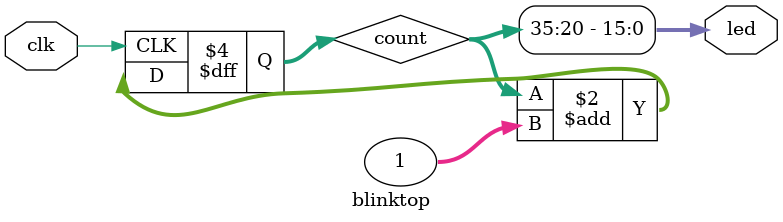
<source format=v>
`timescale 1ns / 1ps

module blinktop(
    input clk,
    //input [15:0] sw,
    output [15:0] led
    );
reg [35:0] count = 0;
assign led[15:0]=count[35:20];
always @ (posedge(clk)) count <= count + 1;

//assign sw[15:1]=led[15:1];is
    
endmodule

</source>
